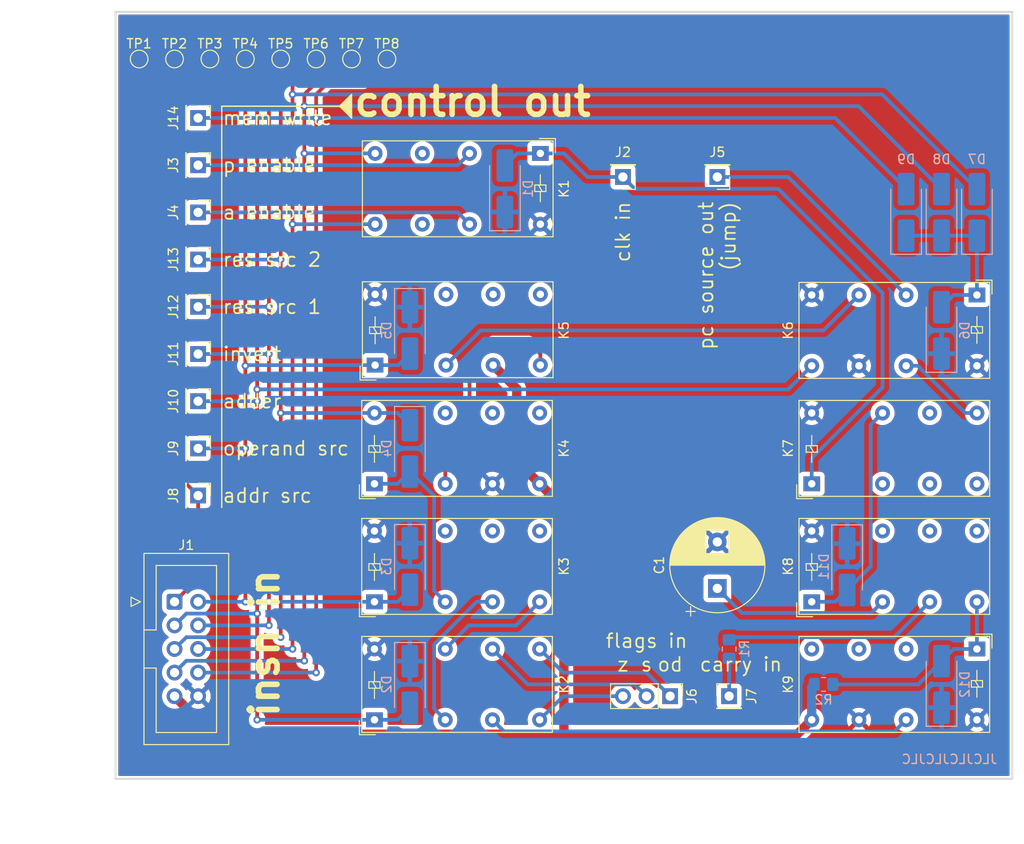
<source format=kicad_pcb>
(kicad_pcb (version 20221018) (generator pcbnew)
  (layers (0 "F.Cu" signal) (31 "B.Cu" signal) (34 "B.Paste" user) (35 "F.Paste" user) (36 "B.SilkS" user "B.Silkscreen") (37 "F.SilkS" user "F.Silkscreen") (38 "B.Mask" user) (39 "F.Mask" user) (44 "Edge.Cuts" user))
  (net 0 "")
  (net 1 "as")
  (net 2 "cond")
  (net 3 "add")
  (net 4 "c2")
  (net 5 "cinv")
  (net 6 "a en")
  (net 7 "p en")
  (net 8 "m en")
  (net 9 "Net-(C1-Pad1)")
  (net 11 "clk")
  (net 12 "Net-(D4-A2)")
  (net 14 "Net-(D6-A2)")
  (net 15 "VCC")
  (net 16 "GND")
  (net 17 "Net-(D11-A2)")
  (net 18 "Net-(D12-A2)")
  (net 19 "/a en out")
  (net 20 "/p en out")
  (net 21 "/pc src out")
  (net 22 "odf")
  (net 23 "sf")
  (net 24 "zf")
  (net 25 "carry in")
  (net 26 "Net-(K2-Pad11)")
  (net 27 "cf")
  (net 28 "Net-(K2-Pad21)")
  (net 29 "Net-(K4-Pad11)")
  (net 36 "Net-(K5-Pad11)")
  (net 40 "carry en")
  (net 45 "Net-(K8-Pad12)")
  (footprint "Relay_THT:Relay_DPDT_Finder_30.22" (layer "F.Cu") (at 161.2175 77.47)
    (fp_text reference "K4" (at 20.3925 -3.81 90) (layer "F.SilkS"))
    (fp_text value "J104D2C12VDC.15S")
    (pad "11" thru_hole circle (at 7.62 0 90) (size 1.6 1.6) (drill 0.8) (layers "*.Cu" "*.Mask") (net 29 "Net-(K4-Pad11)"))
    (pad "12" thru_hole circle (at 12.7 0 90) (size 1.6 1.6) (drill 0.8) (layers "*.Cu" "*.Mask") (net 16 "GND"))
    (pad "14" thru_hole circle (at 17.78 0 90) (size 1.6 1.6) (drill 0.8) (layers "*.Cu" "*.Mask") (net 15 "VCC"))
    (pad "21" thru_hole circle (at 7.62 -7.62 90) (size 1.6 1.6) (drill 0.8) (layers "*.Cu" "*.Mask"))
    (pad "22" thru_hole circle (at 12.7 -7.62 90) (size 1.6 1.6) (drill 0.8) (layers "*.Cu" "*.Mask"))
    (pad "24" thru_hole circle (at 17.78 -7.62 180) (size 1.6 1.6) (drill 0.8) (layers "*.Cu" "*.Mask"))
    (pad "A1" thru_hole rect (at 0 0 90) (size 1.6 1.8) (drill 0.8) (layers "*.Cu" "*.Mask") (net 12 "Net-(D4-A2)"))
    (pad "A2" thru_hole circle (at 0 -7.62 90) (size 1.6 1.6) (drill 0.8) (layers "*.Cu" "*.Mask") (net 5 "cinv"))
  )
  (footprint "Relay_THT:Relay_DPDT_Finder_30.22" (layer "F.Cu") (at 226.06 95.25 180)
    (fp_text reference "K9" (at 20.32 -3.81 90) (layer "F.SilkS"))
    (fp_text value "J104D2C12VDC.15S")
    (pad "11" thru_hole circle (at 7.62 0 270) (size 1.6 1.6) (drill 0.8) (layers "*.Cu" "*.Mask"))
    (pad "12" thru_hole circle (at 12.7 0 270) (size 1.6 1.6) (drill 0.8) (layers "*.Cu" "*.Mask"))
    (pad "14" thru_hole circle (at 17.78 0 270) (size 1.6 1.6) (drill 0.8) (layers "*.Cu" "*.Mask"))
    (pad "21" thru_hole circle (at 7.62 -7.62 270) (size 1.6 1.6) (drill 0.8) (layers "*.Cu" "*.Mask") (net 27 "cf"))
    (pad "22" thru_hole circle (at 12.7 -7.62 270) (size 1.6 1.6) (drill 0.8) (layers "*.Cu" "*.Mask") (net 16 "GND"))
    (pad "24" thru_hole circle (at 17.78 -7.62) (size 1.6 1.6) (drill 0.8) (layers "*.Cu" "*.Mask") (net 15 "VCC"))
    (pad "A1" thru_hole rect (at 0 0 270) (size 1.6 1.8) (drill 0.8) (layers "*.Cu" "*.Mask") (net 18 "Net-(D12-A2)"))
    (pad "A2" thru_hole circle (at 0 -7.62 270) (size 1.6 1.6) (drill 0.8) (layers "*.Cu" "*.Mask") (net 16 "GND"))
  )
  (footprint "Connector_PinHeader_2.54mm:PinHeader_1x01_P2.54mm_Vertical" (layer "F.Cu") (at 142.24 43.18 -90)
    (fp_text reference "J3" (at 0 2.667 -90) (layer "F.SilkS"))
    (fp_text value "Conn_02x01")
    (pad "1" thru_hole rect (at 0 0 270) (size 1.7 1.7) (drill 1) (layers "*.Cu" "*.Mask") (net 20 "/p en out"))
  )
  (footprint "TestPoint:TestPoint_Pad_D1.5mm" (layer "F.Cu") (at 147.32 31.75)
    (fp_text reference "TP4" (at 0 -1.648) (layer "F.SilkS"))
    (fp_text value "TestPoint")
    (pad "1" smd circle (at 0 0) (size 1.5 1.5) (layers "F.Cu" "F.Mask") (net 4 "c2"))
  )
  (footprint "TestPoint:TestPoint_Pad_D1.5mm" (layer "F.Cu") (at 151.13 31.75)
    (fp_text reference "TP5" (at 0 -1.648) (layer "F.SilkS"))
    (fp_text value "TestPoint")
    (pad "1" smd circle (at 0 0) (size 1.5 1.5) (layers "F.Cu" "F.Mask") (net 5 "cinv"))
  )
  (footprint "TestPoint:TestPoint_Pad_D1.5mm" (layer "F.Cu") (at 143.51 31.75)
    (fp_text reference "TP3" (at 0 -1.648) (layer "F.SilkS"))
    (fp_text value "TestPoint")
    (pad "1" smd circle (at 0 0) (size 1.5 1.5) (layers "F.Cu" "F.Mask") (net 3 "add"))
  )
  (footprint "Connector_PinHeader_2.54mm:PinHeader_1x03_P2.54mm_Vertical" (layer "F.Cu") (at 193.04 100.33 -90)
    (fp_text reference "J6" (at 0 -2.33 -90) (layer "F.SilkS"))
    (fp_text value "Conn_02x03_Odd_Even")
    (pad "1" thru_hole rect (at 0 0 270) (size 1.7 1.7) (drill 1) (layers "*.Cu" "*.Mask") (net 22 "odf"))
    (pad "2" thru_hole oval (at 0 2.54 270) (size 1.7 1.7) (drill 1) (layers "*.Cu" "*.Mask") (net 23 "sf"))
    (pad "3" thru_hole oval (at 0 5.08 270) (size 1.7 1.7) (drill 1) (layers "*.Cu" "*.Mask") (net 24 "zf"))
  )
  (footprint "Relay_THT:Relay_DPDT_Finder_30.22" (layer "F.Cu") (at 208.28 90.17)
    (fp_text reference "K8" (at -2.54 -3.81 90) (layer "F.SilkS"))
    (fp_text value "J104D2C12VDC.15S")
    (pad "11" thru_hole circle (at 7.62 0 90) (size 1.6 1.6) (drill 0.8) (layers "*.Cu" "*.Mask") (net 9 "Net-(C1-Pad1)"))
    (pad "12" thru_hole circle (at 12.7 0 90) (size 1.6 1.6) (drill 0.8) (layers "*.Cu" "*.Mask") (net 45 "Net-(K8-Pad12)"))
    (pad "14" thru_hole circle (at 17.78 0 90) (size 1.6 1.6) (drill 0.8) (layers "*.Cu" "*.Mask") (net 18 "Net-(D12-A2)"))
    (pad "21" thru_hole circle (at 7.62 -7.62 90) (size 1.6 1.6) (drill 0.8) (layers "*.Cu" "*.Mask"))
    (pad "22" thru_hole circle (at 12.7 -7.62 90) (size 1.6 1.6) (drill 0.8) (layers "*.Cu" "*.Mask"))
    (pad "24" thru_hole circle (at 17.78 -7.62 180) (size 1.6 1.6) (drill 0.8) (layers "*.Cu" "*.Mask"))
    (pad "A1" thru_hole rect (at 0 0 90) (size 1.6 1.8) (drill 0.8) (layers "*.Cu" "*.Mask") (net 17 "Net-(D11-A2)"))
    (pad "A2" thru_hole circle (at 0 -7.62 90) (size 1.6 1.6) (drill 0.8) (layers "*.Cu" "*.Mask") (net 16 "GND"))
  )
  (footprint "Connector_PinHeader_2.54mm:PinHeader_1x01_P2.54mm_Vertical" (layer "F.Cu") (at 142.24 73.66 -90)
    (fp_text reference "J9" (at 0 2.667 -90) (layer "F.SilkS"))
    (fp_text value "Conn_02x01")
    (pad "1" thru_hole rect (at 0 0 270) (size 1.7 1.7) (drill 1) (layers "*.Cu" "*.Mask") (net 2 "cond"))
  )
  (footprint "Connector_PinHeader_2.54mm:PinHeader_1x01_P2.54mm_Vertical" (layer "F.Cu") (at 142.24 53.34 -90)
    (fp_text reference "J13" (at 0 2.667 -90) (layer "F.SilkS"))
    (fp_text value "Conn_02x01")
    (pad "1" thru_hole rect (at 0 0 270) (size 1.7 1.7) (drill 1) (layers "*.Cu" "*.Mask") (net 5 "cinv"))
  )
  (footprint "Connector_IDC:IDC-Header_2x05_P2.54mm_Vertical" (layer "F.Cu") (at 139.7 90.17)
    (fp_text reference "J1" (at 1.27 -6.1) (layer "F.SilkS"))
    (fp_text value "BHR-10-VUA")
    (pad "1" thru_hole roundrect (at 0 0) (size 1.7 1.7) (drill 1) (layers "*.Cu" "*.Mask") (roundrect_rratio 0.147059) (net 1 "as"))
    (pad "2" thru_hole circle (at 2.54 0) (size 1.7 1.7) (drill 1) (layers "*.Cu" "*.Mask") (net 2 "cond"))
    (pad "3" thru_hole circle (at 0 2.54) (size 1.7 1.7) (drill 1) (layers "*.Cu" "*.Mask") (net 3 "add"))
    (pad "4" thru_hole circle (at 2.54 2.54) (size 1.7 1.7) (drill 1) (layers "*.Cu" "*.Mask") (net 4 "c2"))
    (pad "5" thru_hole circle (at 0 5.08) (size 1.7 1.7) (drill 1) (layers "*.Cu" "*.Mask") (net 5 "cinv"))
    (pad "6" thru_hole circle (at 2.54 5.08) (size 1.7 1.7) (drill 1) (layers "*.Cu" "*.Mask") (net 6 "a en"))
    (pad "7" thru_hole circle (at 0 7.62) (size 1.7 1.7) (drill 1) (layers "*.Cu" "*.Mask") (net 7 "p en"))
    (pad "8" thru_hole circle (at 2.54 7.62) (size 1.7 1.7) (drill 1) (layers "*.Cu" "*.Mask") (net 8 "m en"))
    (pad "9" thru_hole circle (at 0 10.16) (size 1.7 1.7) (drill 1) (layers "*.Cu" "*.Mask") (net 15 "VCC"))
    (pad "10" thru_hole circle (at 2.54 10.16) (size 1.7 1.7) (drill 1) (layers "*.Cu" "*.Mask") (net 16 "GND"))
  )
  (footprint "Relay_THT:Relay_DPDT_Finder_30.22" (layer "F.Cu") (at 161.2175 102.87)
    (fp_text reference "K2" (at 20.3925 -3.81 90) (layer "F.SilkS"))
    (fp_text value "J104D2C12VDC.15S")
    (pad "11" thru_hole circle (at 7.62 0 90) (size 1.6 1.6) (drill 0.8) (layers "*.Cu" "*.Mask") (net 26 "Net-(K2-Pad11)"))
    (pad "12" thru_hole circle (at 12.7 0 90) (size 1.6 1.6) (drill 0.8) (layers "*.Cu" "*.Mask") (net 27 "cf"))
    (pad "14" thru_hole circle (at 17.78 0 90) (size 1.6 1.6) (drill 0.8) (layers "*.Cu" "*.Mask") (net 24 "zf"))
    (pad "21" thru_hole circle (at 7.62 -7.62 90) (size 1.6 1.6) (drill 0.8) (layers "*.Cu" "*.Mask") (net 28 "Net-(K2-Pad21)"))
    (pad "22" thru_hole circle (at 12.7 -7.62 90) (size 1.6 1.6) (drill 0.8) (layers "*.Cu" "*.Mask") (net 23 "sf"))
    (pad "24" thru_hole circle (at 17.78 -7.62 180) (size 1.6 1.6) (drill 0.8) (layers "*.Cu" "*.Mask") (net 22 "odf"))
    (pad "A1" thru_hole rect (at 0 0 90) (size 1.6 1.8) (drill 0.8) (layers "*.Cu" "*.Mask") (net 3 "add"))
    (pad "A2" thru_hole circle (at 0 -7.62 90) (size 1.6 1.6) (drill 0.8) (layers "*.Cu" "*.Mask") (net 16 "GND"))
  )
  (footprint "TestPoint:TestPoint_Pad_D1.5mm" (layer "F.Cu") (at 154.94 31.75)
    (fp_text reference "TP6" (at 0 -1.648) (layer "F.SilkS"))
    (fp_text value "TestPoint")
    (pad "1" smd circle (at 0 0) (size 1.5 1.5) (layers "F.Cu" "F.Mask") (net 6 "a en"))
  )
  (footprint "TestPoint:TestPoint_Pad_D1.5mm" (layer "F.Cu") (at 158.75 31.75)
    (fp_text reference "TP7" (at 0 -1.648) (layer "F.SilkS"))
    (fp_text value "TestPoint")
    (pad "1" smd circle (at 0 0) (size 1.5 1.5) (layers "F.Cu" "F.Mask") (net 7 "p en"))
  )
  (footprint "Capacitor_THT:CP_Radial_D10.0mm_P5.00mm" (layer "F.Cu") (at 198.12 88.727677 90)
    (fp_text reference "C1" (at 2.5 -6.25 90) (layer "F.SilkS"))
    (fp_text value "470uF")
    (pad "1" thru_hole rect (at 0 0 90) (size 2 2) (drill 1) (layers "*.Cu" "*.Mask") (net 9 "Net-(C1-Pad1)"))
    (pad "2" thru_hole circle (at 5 0 90) (size 2 2) (drill 1) (layers "*.Cu" "*.Mask") (net 16 "GND"))
  )
  (footprint "Connector_PinHeader_2.54mm:PinHeader_1x01_P2.54mm_Vertical" (layer "F.Cu") (at 142.24 78.74 -90)
    (fp_text reference "J8" (at 0 2.667 -90) (layer "F.SilkS"))
    (fp_text value "Conn_02x01")
    (pad "1" thru_hole rect (at 0 0 270) (size 1.7 1.7) (drill 1) (layers "*.Cu" "*.Mask") (net 1 "as"))
  )
  (footprint "Connector_PinHeader_2.54mm:PinHeader_1x01_P2.54mm_Vertical" (layer "F.Cu") (at 142.24 68.58 -90)
    (fp_text reference "J10" (at 0 2.667 -90) (layer "F.SilkS"))
    (fp_text value "Conn_02x01")
    (pad "1" thru_hole rect (at 0 0 270) (size 1.7 1.7) (drill 1) (layers "*.Cu" "*.Mask") (net 3 "add"))
  )
  (footprint "Relay_THT:Relay_DPDT_Finder_30.22" (layer "F.Cu") (at 161.2175 90.17)
    (fp_text reference "K3" (at 20.3925 -3.81 90) (layer "F.SilkS"))
    (fp_text value "J104D2C12VDC.15S")
    (pad "11" thru_hole circle (at 7.62 0 90) (size 1.6 1.6) (drill 0.8) (layers "*.Cu" "*.Mask") (net 12 "Net-(D4-A2)"))
    (pad "12" thru_hole circle (at 12.7 0 90) (size 1.6 1.6) (drill 0.8) (layers "*.Cu" "*.Mask") (net 26 "Net-(K2-Pad11)"))
    (pad "14" thru_hole circle (at 17.78 0 90) (size 1.6 1.6) (drill 0.8) (layers "*.Cu" "*.Mask") (net 28 "Net-(K2-Pad21)"))
    (pad "21" thru_hole circle (at 7.62 -7.62 90) (size 1.6 1.6) (drill 0.8) (layers "*.Cu" "*.Mask"))
    (pad "22" thru_hole circle (at 12.7 -7.62 90) (size 1.6 1.6) (drill 0.8) (layers "*.Cu" "*.Mask"))
    (pad "24" thru_hole circle (at 17.78 -7.62 180) (size 1.6 1.6) (drill 0.8) (layers "*.Cu" "*.Mask"))
    (pad "A1" thru_hole rect (at 0 0 90) (size 1.6 1.8) (drill 0.8) (layers "*.Cu" "*.Mask") (net 4 "c2"))
    (pad "A2" thru_hole circle (at 0 -7.62 90) (size 1.6 1.6) (drill 0.8) (layers "*.Cu" "*.Mask") (net 16 "GND"))
  )
  (footprint "Relay_THT:Relay_DPDT_Finder_30.22" (layer "F.Cu") (at 179.07 41.91 180)
    (fp_text reference "K1" (at -2.54 -3.81 90) (layer "F.SilkS"))
    (fp_text value "J104D2C12VDC.15S")
    (pad "11" thru_hole circle (at 7.62 0 270) (size 1.6 1.6) (drill 0.8) (layers "*.Cu" "*.Mask") (net 20 "/p en out"))
    (pad "12" thru_hole circle (at 12.7 0 270) (size 1.6 1.6) (drill 0.8) (layers "*.Cu" "*.Mask"))
    (pad "14" thru_hole circle (at 17.78 0 270) (size 1.6 1.6) (drill 0.8) (layers "*.Cu" "*.Mask") (net 7 "p en"))
    (pad "21" thru_hole circle (at 7.62 -7.62 270) (size 1.6 1.6) (drill 0.8) (layers "*.Cu" "*.Mask") (net 19 "/a en out"))
    (pad "22" thru_hole circle (at 12.7 -7.62 270) (size 1.6 1.6) (drill 0.8) (layers "*.Cu" "*.Mask"))
    (pad "24" thru_hole circle (at 17.78 -7.62) (size 1.6 1.6) (drill 0.8) (layers "*.Cu" "*.Mask") (net 6 "a en"))
    (pad "A1" thru_hole rect (at 0 0 270) (size 1.6 1.8) (drill 0.8) (layers "*.Cu" "*.Mask") (net 11 "clk"))
    (pad "A2" thru_hole circle (at 0 -7.62 270) (size 1.6 1.6) (drill 0.8) (layers "*.Cu" "*.Mask") (net 16 "GND"))
  )
  (footprint "TestPoint:TestPoint_Pad_D1.5mm" (layer "F.Cu") (at 139.7 31.75)
    (fp_text reference "TP2" (at 0 -1.648) (layer "F.SilkS"))
    (fp_text value "TestPoint")
    (pad "1" smd circle (at 0 0) (size 1.5 1.5) (layers "F.Cu" "F.Mask") (net 2 "cond"))
  )
  (footprint "Connector_PinHeader_2.54mm:PinHeader_1x01_P2.54mm_Vertical" (layer "F.Cu") (at 142.24 38.1 -90)
    (fp_text reference "J14" (at 0 2.667 -90) (layer "F.SilkS"))
    (fp_text value "Conn_02x01")
    (pad "1" thru_hole rect (at 0 0 270) (size 1.7 1.7) (drill 1) (layers "*.Cu" "*.Mask") (net 8 "m en"))
  )
  (footprint "Connector_PinHeader_2.54mm:PinHeader_1x01_P2.54mm_Vertical" (layer "F.Cu") (at 142.24 58.42 -90)
    (fp_text reference "J12" (at 0 2.667 -90) (layer "F.SilkS"))
    (fp_text value "Conn_02x01")
    (pad "1" thru_hole rect (at 0 0 270) (size 1.7 1.7) (drill 1) (layers "*.Cu" "*.Mask") (net 4 "c2"))
  )
  (footprint "Relay_THT:Relay_DPDT_Finder_30.22" (layer "F.Cu") (at 208.28 77.47)
    (fp_text reference "K7" (at -2.54 -3.81 90) (layer "F.SilkS"))
    (fp_text value "J104D2C12VDC.15S")
    (pad "11" thru_hole circle (at 7.62 0 90) (size 1.6 1.6) (drill 0.8) (layers "*.Cu" "*.Mask"))
    (pad "12" thru_hole circle (at 12.7 0 90) (size 1.6 1.6) (drill 0.8) (layers "*.Cu" "*.Mask"))
    (pad "14" thru_hole circle (at 17.78 0 90) (size 1.6 1.6) (drill 0.8) (layers "*.Cu" "*.Mask"))
    (pad "21" thru_hole circle (at 7.62 -7.62 90) (size 1.6 1.6) (drill 0.8) (layers "*.Cu" "*.Mask") (net 17 "Net-(D11-A2)"))
    (pad "22" thru_hole circle (at 12.7 -7.62 90) (size 1.6 1.6) (drill 0.8) (layers "*.Cu" "*.Mask"))
    (pad "24" thru_hole circle (at 17.78 -7.62 180) (size 1.6 1.6) (drill 0.8) (layers "*.Cu" "*.Mask") (net 40 "carry en"))
    (pad "A1" thru_hole rect (at 0 0 90) (size 1.6 1.8) (drill 0.8) (layers "*.Cu" "*.Mask") (net 11 "clk"))
    (pad "A2" thru_hole circle (at 0 -7.62 90) (size 1.6 1.6) (drill 0.8) (layers "*.Cu" "*.Mask") (net 16 "GND"))
  )
  (footprint "TestPoint:TestPoint_Pad_D1.5mm" (layer "F.Cu") (at 135.89 31.75)
    (fp_text reference "TP1" (at 0 -1.648) (layer "F.SilkS"))
    (fp_text value "TestPoint")
    (pad "1" smd circle (at 0 0) (size 1.5 1.5) (layers "F.Cu" "F.Mask") (net 1 "as"))
  )
  (footprint "Connector_PinHeader_2.54mm:PinHeader_1x01_P2.54mm_Vertical" (layer "F.Cu") (at 142.24 63.5 -90)
    (fp_text reference "J11" (at 0 2.667 -90) (layer "F.SilkS"))
    (fp_text value "Conn_02x01")
    (pad "1" thru_hole rect (at 0 0 270) (size 1.7 1.7) (drill 1) (layers "*.Cu" "*.Mask") (net 4 "c2"))
  )
  (footprint "Connector_PinHeader_2.54mm:PinHeader_1x01_P2.54mm_Vertical" (layer "F.Cu") (at 199.39 100.33)
    (fp_text reference "J7" (at 2.413 0 90) (layer "F.SilkS"))
    (fp_text value "Conn_02x01")
    (pad "1" thru_hole rect (at 0 0) (size 1.7 1.7) (drill 1) (layers "*.Cu" "*.Mask") (net 25 "carry in"))
  )
  (footprint "Connector_PinHeader_2.54mm:PinHeader_1x01_P2.54mm_Vertical" (layer "F.Cu") (at 187.96 44.45 180)
    (fp_text reference "J2" (at 0 2.667 180) (layer "F.SilkS"))
    (fp_text value "Conn_02x01")
    (pad "1" thru_hole rect (at 0 0 180) (size 1.7 1.7) (drill 1) (layers "*.Cu" "*.Mask") (net 11 "clk"))
  )
  (footprint "Connector_PinHeader_2.54mm:PinHeader_1x01_P2.54mm_Vertical" (layer "F.Cu") (at 198.12 44.45 180)
    (fp_text reference "J5" (at 0 2.667 180) (layer "F.SilkS"))
    (fp_text value "Conn_02x01")
    (pad "1" thru_hole rect (at 0 0 180) (size 1.7 1.7) (drill 1) (layers "*.Cu" "*.Mask") (net 21 "/pc src out"))
  )
  (footprint "TestPoint:TestPoint_Pad_D1.5mm" (layer "F.Cu") (at 162.56 31.75)
    (fp_text reference "TP8" (at 0 -1.648) (layer "F.SilkS"))
    (fp_text value "TestPoint")
    (pad "1" smd circle (at 0 0) (size 1.5 1.5) (layers "F.Cu" "F.Mask") (net 8 "m en"))
  )
  (footprint "Relay_THT:Relay_DPDT_Finder_30.22" (layer "F.Cu") (at 161.29 64.6975)
    (fp_text reference "K5" (at 20.32 -3.7375 90) (layer "F.SilkS"))
    (fp_text value "J104D2C12VDC.15S")
    (pad "11" thru_hole circle (at 7.62 0 90) (size 1.6 1.6) (drill 0.8) (layers "*.Cu" "*.Mask") (net 36 "Net-(K5-Pad11)"))
    (pad "12" thru_hole circle (at 12.7 0 90) (size 1.6 1.6) (drill 0.8) (layers "*.Cu" "*.Mask") (net 15 "VCC"))
    (pad "14" thru_hole circle (at 17.78 0 90) (size 1.6 1.6) (drill 0.8) (layers "*.Cu" "*.Mask") (net 29 "Net-(K4-Pad11)"))
    (pad "21" thru_hole circle (at 7.62 -7.62 90) (size 1.6 1.6) (drill 0.8) (layers "*.Cu" "*.Mask"))
    (pad "22" thru_hole circle (at 12.7 -7.62 90) (size 1.6 1.6) (drill 0.8) (layers "*.Cu" "*.Mask"))
    (pad "24" thru_hole circle (at 17.78 -7.62 180) (size 1.6 1.6) (drill 0.8) (layers "*.Cu" "*.Mask"))
    (pad "A1" thru_hole rect (at 0 0 90) (size 1.6 1.8) (drill 0.8) (layers "*.Cu" "*.Mask") (net 2 "cond"))
    (pad "A2" thru_hole circle (at 0 -7.62 90) (size 1.6 1.6) (drill 0.8) (layers "*.Cu" "*.Mask") (net 16 "GND"))
  )
  (footprint "Connector_PinHeader_2.54mm:PinHeader_1x01_P2.54mm_Vertical" (layer "F.Cu") (at 142.24 48.26 -90)
    (fp_text reference "J4" (at 0 2.667 -90) (layer "F.SilkS"))
    (fp_text value "Conn_02x01")
    (pad "1" thru_hole rect (at 0 0 270) (size 1.7 1.7) (drill 1) (layers "*.Cu" "*.Mask") (net 19 "/a en out"))
  )
  (footprint "Relay_THT:Relay_DPDT_Finder_30.22" (layer "F.Cu") (at 226.06 57.15 180)
    (fp_text reference "K6" (at 20.32 -3.81 90) (layer "F.SilkS"))
    (fp_text value "J104D2C12VDC.15S")
    (pad "11" thru_hole circle (at 7.62 0 270) (size 1.6 1.6) (drill 0.8) (layers "*.Cu" "*.Mask") (net 21 "/pc src out"))
    (pad "12" thru_hole circle (at 12.7 0 270) (size 1.6 1.6) (drill 0.8) (layers "*.Cu" "*.Mask") (net 36 "Net-(K5-Pad11)"))
    (pad "14" thru_hole circle (at 17.78 0 270) (size 1.6 1.6) (drill 0.8) (layers "*.Cu" "*.Mask") (net 16 "GND"))
    (pad "21" thru_hole circle (at 7.62 -7.62 270) (size 1.6 1.6) (drill 0.8) (layers "*.Cu" "*.Mask") (net 40 "carry en"))
    (pad "22" thru_hole circle (at 12.7 -7.62 270) (size 1.6 1.6) (drill 0.8) (layers "*.Cu" "*.Mask") (net 16 "GND"))
    (pad "24" thru_hole circle (at 17.78 -7.62) (size 1.6 1.6) (drill 0.8) (layers "*.Cu" "*.Mask") (net 3 "add"))
    (pad "A1" thru_hole rect (at 0 0 270) (size 1.6 1.8) (drill 0.8) (layers "*.Cu" "*.Mask") (net 14 "Net-(D6-A2)"))
    (pad "A2" thru_hole circle (at 0 -7.62 270) (size 1.6 1.6) (drill 0.8) (layers "*.Cu" "*.Mask") (net 16 "GND"))
  )
  (footprint "Diode_SMD:D_SMA_Handsoldering" (layer "B.Cu") (at 222.25 48.26 90)
    (fp_text reference "D8" (at 5.715 0 180) (layer "B.SilkS") (effects (justify mirror)))
    (fp_text value "D")
    (pad "1" smd roundrect (at -2.5 0 90) (size 3.5 1.8) (layers "B.Cu" "B.Paste" "B.Mask") (roundrect_rratio 0.1388888889) (net 14 "Net-(D6-A2)"))
    (pad "2" smd roundrect (at 2.5 0 90) (size 3.5 1.8) (layers "B.Cu" "B.Paste" "B.Mask") (roundrect_rratio 0.1388888889) (net 7 "p en"))
  )
  (footprint "Diode_SMD:D_SMA_Handsoldering" (layer "B.Cu") (at 165.0275 73.66 -90)
    (fp_text reference "D4" (at 0 2.5 -270) (layer "B.SilkS") (effects (justify mirror)))
    (fp_text value "SMAJ14CA")
    (pad "1" smd roundrect (at -2.5 0 270) (size 3.5 1.8) (layers "B.Cu" "B.Paste" "B.Mask") (roundrect_rratio 0.1388888889) (net 5 "cinv"))
    (pad "2" smd roundrect (at 2.5 0 270) (size 3.5 1.8) (layers "B.Cu" "B.Paste" "B.Mask") (roundrect_rratio 0.1388888889) (net 12 "Net-(D4-A2)"))
  )
  (footprint "Diode_SMD:D_SMA_Handsoldering" (layer "B.Cu") (at 165.0275 86.36 -90)
    (fp_text reference "D3" (at 0 2.5 90) (layer "B.SilkS") (effects (justify mirror)))
    (fp_text value "SMAJ14CA")
    (pad "1" smd roundrect (at -2.5 0 270) (size 3.5 1.8) (layers "B.Cu" "B.Paste" "B.Mask") (roundrect_rratio 0.1388888889) (net 16 "GND"))
    (pad "2" smd roundrect (at 2.5 0 270) (size 3.5 1.8) (layers "B.Cu" "B.Paste" "B.Mask") (roundrect_rratio 0.1388888889) (net 4 "c2"))
  )
  (footprint "Diode_SMD:D_SMA_Handsoldering" (layer "B.Cu") (at 175.26 45.72 90)
    (fp_text reference "D1" (at 0 2.5 90) (layer "B.SilkS") (effects (justify mirror)))
    (fp_text value "SMAJ14CA")
    (pad "1" smd roundrect (at -2.5 0 90) (size 3.5 1.8) (layers "B.Cu" "B.Paste" "B.Mask") (roundrect_rratio 0.1388888889) (net 16 "GND"))
    (pad "2" smd roundrect (at 2.5 0 90) (size 3.5 1.8) (layers "B.Cu" "B.Paste" "B.Mask") (roundrect_rratio 0.1388888889) (net 11 "clk"))
  )
  (footprint "Diode_SMD:D_SMA_Handsoldering" (layer "B.Cu") (at 165.0275 60.96 -90)
    (fp_text reference "D5" (at 0 2.5 90) (layer "B.SilkS") (effects (justify mirror)))
    (fp_text value "SMAJ14CA")
    (pad "1" smd roundrect (at -2.5 0 270) (size 3.5 1.8) (layers "B.Cu" "B.Paste" "B.Mask") (roundrect_rratio 0.1388888889) (net 16 "GND"))
    (pad "2" smd roundrect (at 2.5 0 270) (size 3.5 1.8) (layers "B.Cu" "B.Paste" "B.Mask") (roundrect_rratio 0.1388888889) (net 2 "cond"))
  )
  (footprint "Diode_SMD:D_SMA_Handsoldering" (layer "B.Cu") (at 222.25 99.06 90)
    (fp_text reference "D12" (at 0 2.5 90) (layer "B.SilkS") (effects (justify mirror)))
    (fp_text value "SMAJ14CA")
    (pad "1" smd roundrect (at -2.5 0 90) (size 3.5 1.8) (layers "B.Cu" "B.Paste" "B.Mask") (roundrect_rratio 0.1388888889) (net 16 "GND"))
    (pad "2" smd roundrect (at 2.5 0 90) (size 3.5 1.8) (layers "B.Cu" "B.Paste" "B.Mask") (roundrect_rratio 0.1388888889) (net 18 "Net-(D12-A2)"))
  )
  (footprint "Diode_SMD:D_SMA_Handsoldering" (layer "B.Cu") (at 165.0275 99.06 -90)
    (fp_text reference "D2" (at 0 2.5 90) (layer "B.SilkS") (effects (justify mirror)))
    (fp_text value "SMAJ14CA")
    (pad "1" smd roundrect (at -2.5 0 270) (size 3.5 1.8) (layers "B.Cu" "B.Paste" "B.Mask") (roundrect_rratio 0.1388888889) (net 16 "GND"))
    (pad "2" smd roundrect (at 2.5 0 270) (size 3.5 1.8) (layers "B.Cu" "B.Paste" "B.Mask") (roundrect_rratio 0.1388888889) (net 3 "add"))
  )
  (footprint "Diode_SMD:D_SMA_Handsoldering" (layer "B.Cu") (at 218.44 48.26 90)
    (fp_text reference "D9" (at 5.715 0 180) (layer "B.SilkS") (effects (justify mirror)))
    (fp_text value "D")
    (pad "1" smd roundrect (at -2.5 0 90) (size 3.5 1.8) (layers "B.Cu" "B.Paste" "B.Mask") (roundrect_rratio 0.1388888889) (net 14 "Net-(D6-A2)"))
    (pad "2" smd roundrect (at 2.5 0 90) (size 3.5 1.8) (layers "B.Cu" "B.Paste" "B.Mask") (roundrect_rratio 0.1388888889) (net 8 "m en"))
  )
  (footprint "Diode_SMD:D_SMA_Handsoldering" (layer "B.Cu") (at 222.25 60.96 90)
    (fp_text reference "D6" (at 0 2.5 90) (layer "B.SilkS") (effects (justify mirror)))
    (fp_text value "SMAJ14CA")
    (pad "1" smd roundrect (at -2.5 0 90) (size 3.5 1.8) (layers "B.Cu" "B.Paste" "B.Mask") (roundrect_rratio 0.1388888889) (net 16 "GND"))
    (pad "2" smd roundrect (at 2.5 0 90) (size 3.5 1.8) (layers "B.Cu" "B.Paste" "B.Mask") (roundrect_rratio 0.1388888889) (net 14 "Net-(D6-A2)"))
  )
  (footprint "Resistor_SMD:R_0805_2012Metric_Pad1.20x1.40mm_HandSolder" (layer "B.Cu") (at 209.55 99.06)
    (fp_text reference "R2" (at 0 1.65) (layer "B.SilkS") (effects (justify mirror)))
    (fp_text value "680R")
    (pad "1" smd roundrect (at -1 0) (size 1.2 1.4) (layers "B.Cu" "B.Paste" "B.Mask") (roundrect_rratio 0.208333) (net 15 "VCC"))
    (pad "2" smd roundrect (at 1 0) (size 1.2 1.4) (layers "B.Cu" "B.Paste" "B.Mask") (roundrect_rratio 0.208333) (net 18 "Net-(D12-A2)"))
  )
  (footprint "Resistor_SMD:R_0805_2012Metric_Pad1.20x1.40mm_HandSolder" (layer "B.Cu") (at 199.39 95.25 90)
    (fp_text reference "R1" (at 0 1.65 90) (layer "B.SilkS") (effects (justify mirror)))
    (fp_text value "47R")
    (pad "1" smd roundrect (at -1 0 90) (size 1.2 1.4) (layers "B.Cu" "B.Paste" "B.Mask") (roundrect_rratio 0.208333) (net 25 "carry in"))
    (pad "2" smd roundrect (at 1 0 90) (size 1.2 1.4) (layers "B.Cu" "B.Paste" "B.Mask") (roundrect_rratio 0.208333) (net 45 "Net-(K8-Pad12)"))
  )
  (footprint "Diode_SMD:D_SMA_Handsoldering" (layer "B.Cu") (at 226.06 48.26 90)
    (fp_text reference "D7" (at 5.715 0 180) (layer "B.SilkS") (effects (justify mirror)))
    (fp_text value "D")
    (pad "1" smd roundrect (at -2.5 0 90) (size 3.5 1.8) (layers "B.Cu" "B.Paste" "B.Mask") (roundrect_rratio 0.1388888889) (net 14 "Net-(D6-A2)"))
    (pad "2" smd roundrect (at 2.5 0 90) (size 3.5 1.8) (layers "B.Cu" "B.Paste" "B.Mask") (roundrect_rratio 0.1388888889) (net 6 "a en"))
  )
  (footprint "Diode_SMD:D_SMA_Handsoldering" (layer "B.Cu") (at 212.09 86.4 -90)
    (fp_text reference "D11" (at 0 2.5 90) (layer "B.SilkS") (effects (justify mirror)))
    (fp_text value "SMAJ14CA")
    (pad "1" smd roundrect (at -2.5 0 270) (size 3.5 1.8) (layers "B.Cu" "B.Paste" "B.Mask") (roundrect_rratio 0.1388888889) (net 16 "GND"))
    (pad "2" smd roundrect (at 2.5 0 270) (size 3.5 1.8) (layers "B.Cu" "B.Paste" "B.Mask") (roundrect_rratio 0.1388888889) (net 17 "Net-(D11-A2)"))
  )
  (gr_line (start 144.78 80.01) (end 144.78 36.83) (stroke (width 0.15)) (layer "F.SilkS"))
  (gr_poly (pts (xy 157.48 36.83) (xy 158.75 35.56) (xy 158.75 38.1)) (stroke (width 0.15)) (fill solid) (layer "F.SilkS"))
  (gr_line (start 144.78 36.83) (end 157.48 36.83) (stroke (width 0.15)) (layer "F.SilkS"))
  (gr_line (start 229.87 109.22) (end 133.35 109.22) (stroke (width 0.2)) (layer "Edge.Cuts"))
  (gr_line (start 133.35 26.67) (end 229.87 26.67) (stroke (width 0.2)) (layer "Edge.Cuts"))
  (gr_line (start 133.35 109.22) (end 133.35 26.67) (stroke (width 0.2)) (layer "Edge.Cuts"))
  (gr_line (start 229.87 26.67) (end 229.87 109.22) (stroke (width 0.2)) (layer "Edge.Cuts"))
  (gr_text "JLCJLCJLCJLC" (at 228.346 107.696) (layer "B.SilkS") (effects (font (size 1 1)) (justify left bottom mirror)))
  (gr_text "res src 2" (at 144.78 53.34) (layer "F.SilkS") (effects (font (size 1.5 1.5) (thickness 0.1875)) (justify left)))
  (gr_text "a enable" (at 144.78 48.26) (layer "F.SilkS") (effects (font (size 1.5 1.5) (thickness 0.1875)) (justify left)))
  (gr_text "res src 1" (at 144.78 58.42) (layer "F.SilkS") (effects (font (size 1.5 1.5) (thickness 0.1875)) (justify left)))
  (gr_text "adder" (at 144.78 68.58) (layer "F.SilkS") (effects (font (size 1.5 1.5) (thickness 0.1875)) (justify left)))
  (gr_text "operand src" (at 144.78 73.66) (layer "F.SilkS") (effects (font (size 1.5 1.5) (thickness 0.1875)) (justify left)))
  (gr_text "mem write" (at 144.78 38.1) (layer "F.SilkS") (effects (font (size 1.5 1.5) (thickness 0.1875)) (justify left)))
  (gr_text "carry in" (at 200.66 97.79) (layer "F.SilkS") (effects (font (size 1.5 1.5) (thickness 0.1875)) (justify bottom)))
  (gr_text "insn in" (at 151.13 102.87 90) (layer "F.SilkS") (effects (font (size 3 3) (thickness 0.6) bold) (justify left bottom)))
  (gr_text "invert" (at 144.78 63.5) (layer "F.SilkS") (effects (font (size 1.5 1.5) (thickness 0.1875)) (justify left)))
  (gr_text "p enable" (at 144.78 43.18) (layer "F.SilkS") (effects (font (size 1.5 1.5) (thickness 0.1875)) (justify left)))
  (gr_text "od" (at 193.04 97.79) (layer "F.SilkS") (effects (font (size 1.5 1.5) (thickness 0.1875)) (justify bottom)))
  (gr_text "z" (at 187.96 97.79) (layer "F.SilkS") (effects (font (size 1.5 1.5) (thickness 0.1875)) (justify bottom)))
  (gr_text "pc source out\n(jump)" (at 198.12 46.99 90) (layer "F.SilkS") (effects (font (size 1.5 1.5) (thickness 0.1875)) (justify right)))
  (gr_text "addr src" (at 144.78 78.74) (layer "F.SilkS") (effects (font (size 1.5 1.5) (thickness 0.1875)) (justify left)))
  (gr_text "flags in" (at 190.5 95.25) (layer "F.SilkS") (effects (font (size 1.5 1.5) (thickness 0.1875)) (justify bottom)))
  (gr_text "s" (at 190.5 97.79) (layer "F.SilkS") (effects (font (size 1.5 1.5) (thickness 0.1875)) (justify bottom)))
  (gr_text "clk in" (at 187.96 46.99 90) (layer "F.SilkS") (effects (font (size 1.5 1.5) (thickness 0.1875)) (justify right)))
  (gr_text "control out" (at 158.75 38.1) (layer "F.SilkS") (effects (font (size 3 3) (thickness 0.6) bold) (justify left bottom)))
  (segment (start 135.89 31.75) (end 135.89 72.39) (width 0.4) (layer "F.Cu") (net 1))
  (segment (start 135.89 72.39) (end 142.24 78.74) (width 0.4) (layer "F.Cu") (net 1))
  (segment (start 142.24 78.74) (end 142.24 87.63) (width 0.4) (layer "F.Cu") (net 1))
  (segment (start 142.24 87.63) (end 139.7 90.17) (width 0.4) (layer "F.Cu") (net 1))
  (segment (start 142.24 34.29) (end 139.7 31.75) (width 0.4) (layer "F.Cu") (net 2))
  (segment (start 147.32 90.17) (end 147.32 73.66) (width 0.4) (layer "F.Cu") (net 2))
  (segment (start 147.32 35.56) (end 146.05 34.29) (width 0.4) (layer "F.Cu") (net 2))
  (segment (start 147.32 73.66) (end 147.32 64.77) (width 0.4) (layer "F.Cu") (net 2))
  (segment (start 146.05 34.29) (end 142.24 34.29) (width 0.4) (layer "F.Cu") (net 2))
  (segment (start 147.32 64.77) (end 147.32 35.56) (width 0.4) (layer "F.Cu") (net 2))
  (via (at 147.32 64.77) (size 0.8) (drill 0.4) (layers "F.Cu" "B.Cu") (net 2))
  (via (at 147.32 73.66) (size 0.8) (drill 0.4) (layers "F.Cu" "B.Cu") (net 2))
  (via (at 147.32 90.17) (size 0.8) (drill 0.4) (layers "F.Cu" "B.Cu") (net 2))
  (segment (start 161.29 64.6975) (end 147.3925 64.6975) (width 0.4) (layer "B.Cu") (net 2))
  (segment (start 165.0275 63.46) (end 163.79 64.6975) (width 0.4) (layer "B.Cu") (net 2))
  (segment (start 142.24 90.17) (end 147.32 90.17) (width 0.4) (layer "B.Cu") (net 2))
  (segment (start 147.3925 64.6975) (end 147.32 64.77) (width 0.4) (layer "B.Cu") (net 2))
  (segment (start 163.79 64.6975) (end 161.29 64.6975) (width 0.4) (layer "B.Cu") (net 2))
  (segment (start 142.24 73.66) (end 147.32 73.66) (width 0.4) (layer "B.Cu") (net 2))
  (segment (start 148.59 67.31) (end 148.59 35.56) (width 0.4) (layer "F.Cu") (net 3))
  (segment (start 148.59 91.44) (end 148.59 68.58) (width 0.4) (layer "F.Cu") (net 3))
  (segment (start 148.59 68.58) (end 148.59 67.31) (width 0.4) (layer "F.Cu") (net 3))
  (segment (start 144.78 31.75) (end 143.51 31.75) (width 0.4) (layer "F.Cu") (net 3))
  (segment (start 148.59 91.44) (end 148.59 102.87) (width 0.4) (layer "F.Cu") (net 3))
  (segment (start 148.59 35.56) (end 144.78 31.75) (width 0.4) (layer "F.Cu") (net 3))
  (via (at 148.59 91.44) (size 0.8) (drill 0.4) (layers "F.Cu" "B.Cu") (net 3))
  (via (at 148.59 67.31) (size 0.8) (drill 0.4) (layers "F.Cu" "B.Cu") (net 3))
  (via (at 148.59 68.58) (size 0.8) (drill 0.4) (layers "F.Cu" "B.Cu") (net 3))
  (via (at 148.59 102.87) (size 0.8) (drill 0.4) (layers "F.Cu" "B.Cu") (net 3))
  (segment (start 208.28 64.77) (end 205.74 67.31) (width 0.4) (layer "B.Cu") (net 3))
  (segment (start 165.0275 101.56) (end 163.7175 102.87) (width 0.4) (layer "B.Cu") (net 3))
  (segment (start 139.7 92.71) (end 140.97 91.44) (width 0.4) (layer "B.Cu") (net 3))
  (segment (start 142.24 68.58) (end 148.59 68.58) (width 0.4) (layer "B.Cu") (net 3))
  (segment (start 163.7175 102.87) (end 161.2175 102.87) (width 0.4) (layer "B.Cu") (net 3))
  (segment (start 140.97 91.44) (end 148.59 91.44) (width 0.4) (layer "B.Cu") (net 3))
  (segment (start 161.2175 102.87) (end 148.59 102.87) (width 0.4) (layer "B.Cu") (net 3))
  (segment (start 205.74 67.31) (end 148.59 67.31) (width 0.4) (layer "B.Cu") (net 3))
  (segment (start 149.86 63.5) (end 149.86 58.42) (width 0.4) (layer "F.Cu") (net 4))
  (segment (start 149.86 34.29) (end 149.86 58.42) (width 0.4) (layer "F.Cu") (net 4))
  (segment (start 147.32 31.75) (end 149.86 34.29) (width 0.4) (layer "F.Cu") (net 4))
  (segment (start 149.86 90.17) (end 149.86 63.5) (width 0.4) (layer "F.Cu") (net 4))
  (segment (start 149.86 92.71) (end 149.86 90.17) (width 0.4) (layer "F.Cu") (net 4))
  (via (at 149.86 58.42) (size 0.8) (drill 0.4) (layers "F.Cu" "B.Cu") (net 4))
  (via (at 149.86 92.71) (size 0.8) (drill 0.4) (layers "F.Cu" "B.Cu") (net 4))
  (via (at 149.86 90.17) (size 0.8) (drill 0.4) (layers "F.Cu" "B.Cu") (net 4))
  (via (at 149.86 63.5) (size 0.8) (drill 0.4) (layers "F.Cu" "B.Cu") (net 4))
  (segment (start 142.24 92.71) (end 148.59 92.71) (width 0.4) (layer "B.Cu") (net 4))
  (segment (start 163.7175 90.17) (end 161.2175 90.17) (width 0.4) (layer "B.Cu") (net 4))
  (segment (start 142.24 63.5) (end 149.86 63.5) (width 0.4) (layer "B.Cu") (net 4))
  (segment (start 148.59 92.71) (end 149.86 92.71) (width 0.4) (layer "B.Cu") (net 4))
  (segment (start 161.2175 90.17) (end 149.86 90.17) (width 0.4) (layer "B.Cu") (net 4))
  (segment (start 142.24 58.42) (end 149.86 58.42) (width 0.4) (layer "B.Cu") (net 4))
  (segment (start 165.0275 88.86) (end 163.7175 90.17) (width 0.4) (layer "B.Cu") (net 4))
  (segment (start 151.13 93.98) (end 151.13 78.74) (width 0.4) (layer "F.Cu") (net 5))
  (segment (start 151.13 69.85) (end 151.13 53.34) (width 0.4) (layer "F.Cu") (net 5))
  (segment (start 151.13 78.74) (end 151.13 69.85) (width 0.4) (layer "F.Cu") (net 5))
  (segment (start 151.13 53.34) (end 151.13 31.75) (width 0.4) (layer "F.Cu") (net 5))
  (via (at 151.13 69.85) (size 0.8) (drill 0.4) (layers "F.Cu" "B.Cu") (net 5))
  (via (at 151.13 93.98) (size 0.8) (drill 0.4) (layers "F.Cu" "B.Cu") (net 5))
  (via (at 151.13 53.34) (size 0.8) (drill 0.4) (layers "F.Cu" "B.Cu") (net 5))
  (segment (start 139.7 95.25) (end 140.97 93.98) (width 0.4) (layer "B.Cu") (net 5))
  (segment (start 140.97 93.98) (end 151.13 93.98) (width 0.4) (layer "B.Cu") (net 5))
  (segment (start 142.24 53.34) (end 151.13 53.34) (width 0.4) (layer "B.Cu") (net 5))
  (segment (start 163.7175 69.85) (end 161.2175 69.85) (width 0.4) (layer "B.Cu") (net 5))
  (segment (start 165.0275 71.16) (end 163.7175 69.85) (width 0.4) (layer "B.Cu") (net 5))
  (segment (start 161.2175 69.85) (end 151.13 69.85) (width 0.4) (layer "B.Cu") (net 5))
  (segment (start 152.4 95.25) (end 152.4 49.53) (width 0.4) (layer "F.Cu") (net 6))
  (segment (start 152.4 35.56) (end 152.4 34.29) (width 0.4) (layer "F.Cu") (net 6))
  (segment (start 152.4 34.29) (end 154.94 31.75) (width 0.4) (layer "F.Cu") (net 6))
  (segment (start 152.4 49.53) (end 152.4 35.56) (width 0.4) (layer "F.Cu") (net 6))
  (via (at 152.4 49.53) (size 0.8) (drill 0.4) (layers "F.Cu" "B.Cu") (net 6))
  (via (at 152.4 95.25) (size 0.8) (drill 0.4) (layers "F.Cu" "B.Cu") (net 6))
  (via (at 152.4 35.56) (size 0.8) (drill 0.4) (layers "F.Cu" "B.Cu") (net 6))
  (segment (start 215.86 35.56) (end 226.06 45.76) (width 0.4) (layer "B.Cu") (net 6))
  (segment (start 152.4 35.56) (end 215.86 35.56) (width 0.4) (layer "B.Cu") (net 6))
  (segment (start 161.29 49.53) (end 152.4 49.53) (width 0.4) (layer "B.Cu") (net 6))
  (segment (start 142.24 95.25) (end 152.4 95.25) (width 0.4) (layer "B.Cu") (net 6))
  (segment (start 157.48 31.75) (end 158.75 31.75) (width 0.4) (layer "F.Cu") (net 7))
  (segment (start 153.67 96.52) (end 153.67 41.91) (width 0.4) (layer "F.Cu") (net 7))
  (segment (start 153.67 41.91) (end 153.67 36.83) (width 0.4) (layer "F.Cu") (net 7))
  (segment (start 153.67 35.56) (end 157.48 31.75) (width 0.4) (layer "F.Cu") (net 7))
  (segment (start 153.67 36.83) (end 153.67 35.56) (width 0.4) (layer "F.Cu") (net 7))
  (via (at 153.67 36.83) (size 0.8) (drill 0.4) (layers "F.Cu" "B.Cu") (net 7))
  (via (at 153.67 96.52) (size 0.8) (drill 0.4) (layers "F.Cu" "B.Cu") (net 7))
  (via (at 153.67 41.91) (size 0.8) (drill 0.4) (layers "F.Cu" "B.Cu") (net 7))
  (segment (start 140.97 96.52) (end 153.67 96.52) (width 0.4) (layer "B.Cu") (net 7))
  (segment (start 153.67 36.83) (end 213.32 36.83) (width 0.4) (layer "B.Cu") (net 7))
  (segment (start 213.32 36.83) (end 222.25 45.76) (width 0.4) (layer "B.Cu") (net 7))
  (segment (start 161.29 41.91) (end 153.67 41.91) (width 0.4) (layer "B.Cu") (net 7))
  (segment (start 139.7 97.79) (end 140.97 96.52) (width 0.4) (layer "B.Cu") (net 7))
  (segment (start 160.02 34.29) (end 162.56 31.75) (width 0.4) (layer "F.Cu") (net 8))
  (segment (start 154.94 97.79) (end 154.94 38.1) (width 0.4) (layer "F.Cu") (net 8))
  (segment (start 156.21 34.29) (end 160.02 34.29) (width 0.4) (layer "F.Cu") (net 8))
  (segment (start 154.94 35.56) (end 156.21 34.29) (width 0.4) (layer "F.Cu") (net 8))
  (segment (start 154.94 38.1) (end 154.94 35.56) (width 0.4) (layer "F.Cu") (net 8))
  (via (at 154.94 38.1) (size 0.8) (drill 0.4) (layers "F.Cu" "B.Cu") (net 8))
  (via (at 154.94 97.79) (size 0.8) (drill 0.4) (layers "F.Cu" "B.Cu") (net 8))
  (segment (start 154.94 38.1) (end 210.82 38.1) (width 0.4) (layer "B.Cu") (net 8))
  (segment (start 218.44 45.72) (end 218.44 45.76) (width 0.4) (layer "B.Cu") (net 8))
  (segment (start 142.24 38.1) (end 154.94 38.1) (width 0.4) (layer "B.Cu") (net 8))
  (segment (start 142.24 97.79) (end 154.94 97.79) (width 0.4) (layer "B.Cu") (net 8))
  (segment (start 210.82 38.1) (end 218.44 45.72) (width 0.4) (layer "B.Cu") (net 8))
  (segment (start 200.762323 91.37) (end 198.12 88.727677) (width 0.4) (layer "B.Cu") (net 9))
  (segment (start 215.9 90.17) (end 214.7 91.37) (width 0.4) (layer "B.Cu") (net 9))
  (segment (start 214.7 91.37) (end 200.762323 91.37) (width 0.4) (layer "B.Cu") (net 9))
  (segment (start 175.26 43.22) (end 176.57 41.91) (width 0.4) (layer "B.Cu") (net 11))
  (segment (start 204.683529 45.72) (end 189.23 45.72) (width 0.4) (layer "B.Cu") (net 11))
  (segment (start 181.61 41.91) (end 184.15 44.45) (width 0.4) (layer "B.Cu") (net 11))
  (segment (start 208.28 74.716471) (end 215.9 67.096471) (width 0.4) (layer "B.Cu") (net 11))
  (segment (start 179.07 41.91) (end 181.61 41.91) (width 0.4) (layer "B.Cu") (net 11))
  (segment (start 189.23 45.72) (end 187.96 44.45) (width 0.4) (layer "B.Cu") (net 11))
  (segment (start 215.9 56.936471) (end 204.683529 45.72) (width 0.4) (layer "B.Cu") (net 11))
  (segment (start 215.9 67.096471) (end 215.9 56.936471) (width 0.4) (layer "B.Cu") (net 11))
  (segment (start 176.57 41.91) (end 179.07 41.91) (width 0.4) (layer "B.Cu") (net 11))
  (segment (start 208.28 77.47) (end 208.28 74.716471) (width 0.4) (layer "B.Cu") (net 11))
  (segment (start 184.15 44.45) (end 187.96 44.45) (width 0.4) (layer "B.Cu") (net 11))
  (segment (start 163.7175 77.47) (end 161.2175 77.47) (width 0.4) (layer "B.Cu") (net 12))
  (segment (start 167.64 78.7725) (end 165.0275 76.16) (width 0.4) (layer "B.Cu") (net 12))
  (segment (start 168.8375 90.17) (end 167.6375 88.97) (width 0.4) (layer "B.Cu") (net 12))
  (segment (start 167.64 80.01) (end 167.64 78.7725) (width 0.4) (layer "B.Cu") (net 12))
  (segment (start 167.6375 80.0125) (end 167.64 80.01) (width 0.4) (layer "B.Cu") (net 12))
  (segment (start 167.6375 88.97) (end 167.6375 80.0125) (width 0.4) (layer "B.Cu") (net 12))
  (segment (start 165.0275 76.16) (end 163.7175 77.47) (width 0.4) (layer "B.Cu") (net 12))
  (segment (start 226.06 50.76) (end 226.06 57.15) (width 0.4) (layer "B.Cu") (net 14))
  (segment (start 222.25 50.76) (end 226.06 50.76) (width 0.4) (layer "B.Cu") (net 14))
  (segment (start 223.56 57.15) (end 226.06 57.15) (width 0.4) (layer "B.Cu") (net 14))
  (segment (start 222.25 58.46) (end 223.56 57.15) (width 0.4) (layer "B.Cu") (net 14))
  (segment (start 218.44 50.76) (end 222.25 50.76) (width 0.4) (layer "B.Cu") (net 14))
  (segment (start 176.53 75.0025) (end 176.53 67.2375) (width 1) (layer "F.Cu") (net 15))
  (segment (start 206.73 104.42) (end 181.61 104.42) (width 1) (layer "F.Cu") (net 15))
  (segment (start 143.79 104.42) (end 139.7 100.33) (width 1) (layer "F.Cu") (net 15))
  (segment (start 181.61 80.0825) (end 181.61 104.42) (width 1) (layer "F.Cu") (net 15))
  (segment (start 208.28 102.87) (end 206.73 104.42) (width 1) (layer "F.Cu") (net 15))
  (segment (start 176.53 67.2375) (end 173.99 64.6975) (width 1) (layer "F.Cu") (net 15))
  (segment (start 178.9975 77.47) (end 181.61 80.0825) (width 1) (layer "F.Cu") (net 15))
  (segment (start 181.61 104.42) (end 143.79 104.42) (width 1) (layer "F.Cu") (net 15))
  (segment (start 178.9975 77.47) (end 176.53 75.0025) (width 1) (layer "F.Cu") (net 15))
  (segment (start 208.28 102.87) (end 208.28 99.33) (width 1) (layer "B.Cu") (net 15))
  (segment (start 208.28 99.33) (end 208.55 99.06) (width 1) (layer "B.Cu") (net 15))
  (segment (start 215.9 69.85) (end 214.63 71.12) (width 0.4) (layer "B.Cu") (net 17))
  (segment (start 212.09 88.9) (end 210.82 90.17) (width 0.4) (layer "B.Cu") (net 17))
  (segment (start 214.63 86.36) (end 212.09 88.9) (width 0.4) (layer "B.Cu") (net 17))
  (segment (start 214.63 71.12) (end 214.63 86.36) (width 0.4) (layer "B.Cu") (net 17))
  (segment (start 210.82 90.17) (end 208.28 90.17) (width 0.4) (layer "B.Cu") (net 17))
  (segment (start 223.56 95.25) (end 226.06 95.25) (width 0.4) (layer "B.Cu") (net 18))
  (segment (start 219.75 99.06) (end 222.25 96.56) (width 0.4) (layer "B.Cu") (net 18))
  (segment (start 226.06 95.25) (end 226.06 90.17) (width 0.4) (layer "B.Cu") (net 18))
  (segment (start 222.25 96.56) (end 223.56 95.25) (width 0.4) (layer "B.Cu") (net 18))
  (segment (start 210.55 99.06) (end 219.75 99.06) (width 0.4) (layer "B.Cu") (net 18))
  (segment (start 170.18 48.26) (end 142.24 48.26) (width 0.4) (layer "B.Cu") (net 19))
  (segment (start 171.45 49.53) (end 170.18 48.26) (width 0.4) (layer "B.Cu") (net 19))
  (segment (start 170.18 43.18) (end 142.24 43.18) (width 0.4) (layer "B.Cu") (net 20))
  (segment (start 171.45 41.91) (end 170.18 43.18) (width 0.4) (layer "B.Cu") (net 20))
  (segment (start 198.12 44.45) (end 205.74 44.45) (width 0.4) (layer "B.Cu") (net 21))
  (segment (start 205.74 44.45) (end 218.44 57.15) (width 0.4) (layer "B.Cu") (net 21))
  (segment (start 181.5375 97.79) (end 178.9975 95.25) (width 0.4) (layer "B.Cu") (net 22))
  (segment (start 193.04 100.33) (end 190.5 97.79) (width 0.4) (layer "B.Cu") (net 22))
  (segment (start 190.5 97.79) (end 181.5375 97.79) (width 0.4) (layer "B.Cu") (net 22))
  (segment (start 189.23 99.06) (end 177.7275 99.06) (width 0.4) (layer "B.Cu") (net 23))
  (segment (start 177.7275 99.06) (end 173.9175 95.25) (width 0.4) (layer "B.Cu") (net 23))
  (segment (start 190.5 100.33) (end 189.23 99.06) (width 0.4) (layer "B.Cu") (net 23))
  (segment (start 181.5375 100.33) (end 178.9975 102.87) (width 0.4) (layer "B.Cu") (net 24))
  (segment (start 187.96 100.33) (end 181.5375 100.33) (width 0.4) (layer "B.Cu") (net 24))
  (segment (start 199.39 100.33) (end 199.39 96.25) (width 0.4) (layer "B.Cu") (net 25))
  (segment (start 167.6375 101.67) (end 167.6375 94.752943) (width 0.4) (layer "B.Cu") (net 26))
  (segment (start 172.220443 90.17) (end 173.9175 90.17) (width 0.4) (layer "B.Cu") (net 26))
  (segment (start 167.6375 94.752943) (end 172.220443 90.17) (width 0.4) (layer "B.Cu") (net 26))
  (segment (start 168.8375 102.87) (end 167.6375 101.67) (width 0.4) (layer "B.Cu") (net 26))
  (segment (start 217.19 104.12) (end 175.1675 104.12) (width 0.4) (layer "B.Cu") (net 27))
  (segment (start 175.1675 104.12) (end 173.9175 102.87) (width 0.4) (layer "B.Cu") (net 27))
  (segment (start 218.44 102.87) (end 217.19 104.12) (width 0.4) (layer "B.Cu") (net 27))
  (segment (start 176.4575 92.71) (end 178.9975 90.17) (width 0.4) (layer "B.Cu") (net 28))
  (segment (start 171.3775 92.71) (end 176.4575 92.71) (width 0.4) (layer "B.Cu") (net 28))
  (segment (start 168.8375 95.25) (end 171.3775 92.71) (width 0.4) (layer "B.Cu") (net 28))
  (segment (start 171.45 72.39) (end 171.45 64.77) (width 0.4) (layer "F.Cu") (net 29))
  (segment (start 173.99 62.23) (end 177.8 62.23) (width 0.4) (layer "F.Cu") (net 29))
  (segment (start 177.8 62.23) (end 179.07 63.5) (width 0.4) (layer "F.Cu") (net 29))
  (segment (start 179.07 63.5) (end 179.07 64.6975) (width 0.4) (layer "F.Cu") (net 29))
  (segment (start 171.45 64.77) (end 173.99 62.23) (width 0.4) (layer "F.Cu") (net 29))
  (segment (start 168.8375 75.0025) (end 171.45 72.39) (width 0.4) (layer "F.Cu") (net 29))
  (segment (start 168.8375 77.47) (end 168.8375 75.0025) (width 0.4) (layer "F.Cu") (net 29))
  (segment (start 209.55 60.96) (end 172.6475 60.96) (width 0.4) (layer "B.Cu") (net 36))
  (segment (start 213.36 57.15) (end 209.55 60.96) (width 0.4) (layer "B.Cu") (net 36))
  (segment (start 172.6475 60.96) (end 168.91 64.6975) (width 0.4) (layer "B.Cu") (net 36))
  (segment (start 224.79 69.85) (end 226.06 69.85) (width 0.4) (layer "B.Cu") (net 40))
  (segment (start 218.44 64.77) (end 219.71 64.77) (width 0.4) (layer "B.Cu") (net 40))
  (segment (start 219.71 64.77) (end 224.79 69.85) (width 0.4) (layer "B.Cu") (net 40))
  (segment (start 199.66 93.98) (end 217.17 93.98) (width 0.4) (layer "B.Cu") (net 45))
  (segment (start 217.17 93.98) (end 220.98 90.17) (width 0.4) (layer "B.Cu") (net 45))
  (segment (start 199.39 94.25) (end 199.66 93.98) (width 0.4) (layer "B.Cu") (net 45))
  (zone (net 16) (net_name "GND") (layer "F.Cu") (connect_pads (clearance 0.5)) (min_thickness 0.25) (fill yes (thermal_gap 0.5) (thermal_bridge_width 0.5))
    (polygon (pts (xy 132.08 25.4) (xy 231.14 25.4) (xy 231.14 110.49) (xy 132.08 110.49)))
  )
  (zone (net 16) (net_name "GND") (layer "B.Cu") (priority 1) (connect_pads (clearance 0.5)) (min_thickness 0.25) (fill yes (thermal_gap 0.5) (thermal_bridge_width 0.5))
    (polygon (pts (xy 132.08 25.4) (xy 231.14 25.4) (xy 231.14 110.49) (xy 132.08 110.49)))
  )
)
</source>
